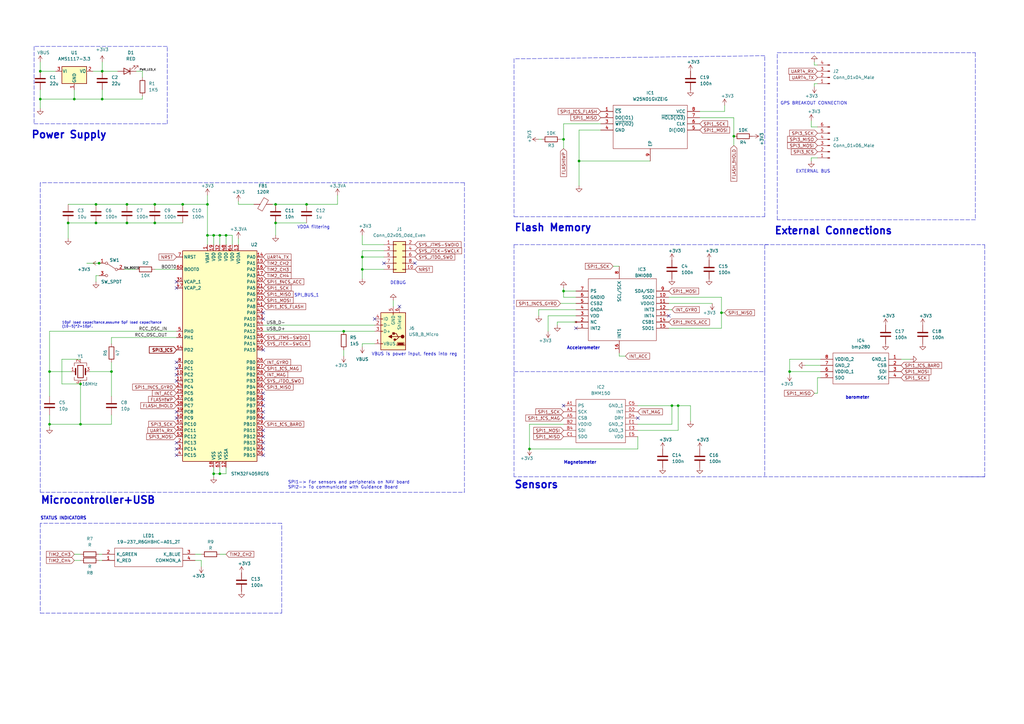
<source format=kicad_sch>
(kicad_sch (version 20211123) (generator eeschema)
  (paper "A3")
  (title_block (title "MIKOTO-NAV") (date "2022-10-10") (rev "1"))
  (lib_symbols
    (symbol "Connector:Conn_01x04_Male" (pin_names (offset 1.016) hide)
      (property "Reference" "J" (at 0 5.08 0))
      (property "Value" "Conn_01x04_Male" (at 0 -7.62 0))
      (symbol "Conn_01x04_Male_1_1"
        (pin passive line (at 5.08 2.54 180) (length 3.81) (name "Pin_1") (number "1"))
        (pin passive line (at 5.08 0 180) (length 3.81) (name "Pin_2") (number "2"))
        (pin passive line (at 5.08 -2.54 180) (length 3.81) (name "Pin_3") (number "3"))
        (pin passive line (at 5.08 -5.08 180) (length 3.81) (name "Pin_4") (number "4"))
      )
    )
    (symbol "Connector:Conn_01x06_Male" (pin_names (offset 1.016) hide)
      (property "Reference" "J" (at 0 7.62 0))
      (property "Value" "Conn_01x06_Male" (at 0 -10.16 0))
      (symbol "Conn_01x06_Male_1_1"
        (pin passive line (at 5.08 5.08 180) (length 3.81) (name "Pin_1") (number "1"))
        (pin passive line (at 5.08 2.54 180) (length 3.81) (name "Pin_2") (number "2"))
        (pin passive line (at 5.08 0 180) (length 3.81) (name "Pin_3") (number "3"))
        (pin passive line (at 5.08 -2.54 180) (length 3.81) (name "Pin_4") (number "4"))
        (pin passive line (at 5.08 -5.08 180) (length 3.81) (name "Pin_5") (number "5"))
        (pin passive line (at 5.08 -7.62 180) (length 3.81) (name "Pin_6") (number "6"))
      )
    )
    (symbol "Connector:USB_B_Micro" (pin_names (offset 1.016))
      (property "Reference" "J" (at -5.08 11.43 0))
      (property "Value" "USB_B_Micro" (at -5.08 8.89 0))
      (symbol "USB_B_Micro_1_1"
        (pin power_out line (at 7.62 5.08 180) (length 2.54) (name "VBUS") (number "1"))
        (pin bidirectional line (at 7.62 -2.54 180) (length 2.54) (name "D-") (number "2"))
        (pin bidirectional line (at 7.62 0 180) (length 2.54) (name "D+") (number "3"))
        (pin passive line (at 7.62 -5.08 180) (length 2.54) (name "ID") (number "4"))
        (pin power_out line (at 0 -10.16 90) (length 2.54) (name "GND") (number "5"))
        (pin passive line (at -2.54 -10.16 90) (length 2.54) (name "Shield") (number "6"))
      )
    )
    (symbol "Connector_Generic:Conn_02x05_Odd_Even" (pin_names (offset 1.016) hide)
      (property "Reference" "J" (at 1.27 7.62 0))
      (property "Value" "Conn_02x05_Odd_Even" (at 1.27 -7.62 0))
      (symbol "Conn_02x05_Odd_Even_1_1"
        (pin passive line (at -5.08 5.08 0) (length 3.81) (name "Pin_1") (number "1"))
        (pin passive line (at 7.62 -5.08 180) (length 3.81) (name "Pin_10") (number "10"))
        (pin passive line (at 7.62 5.08 180) (length 3.81) (name "Pin_2") (number "2"))
        (pin passive line (at -5.08 2.54 0) (length 3.81) (name "Pin_3") (number "3"))
        (pin passive line (at 7.62 2.54 180) (length 3.81) (name "Pin_4") (number "4"))
        (pin passive line (at -5.08 0 0) (length 3.81) (name "Pin_5") (number "5"))
        (pin passive line (at 7.62 0 180) (length 3.81) (name "Pin_6") (number "6"))
        (pin passive line (at -5.08 -2.54 0) (length 3.81) (name "Pin_7") (number "7"))
        (pin passive line (at 7.62 -2.54 180) (length 3.81) (name "Pin_8") (number "8"))
        (pin passive line (at -5.08 -5.08 0) (length 3.81) (name "Pin_9") (number "9"))
      )
    )
    (symbol "Device:C" (pin_numbers hide) (pin_names (offset 0.254))
      (property "Reference" "C" (at 0.635 2.54 0))
      (property "Value" "C" (at 0.635 -2.54 0))
      (symbol "C_1_1"
        (pin passive line (at 0 3.81 270) (length 2.794) (name "~") (number "1"))
        (pin passive line (at 0 -3.81 90) (length 2.794) (name "~") (number "2"))
      )
    )
    (symbol "Device:Crystal_GND24" (pin_names (offset 1.016) hide)
      (property "Reference" "Y" (at 3.175 5.08 0))
      (property "Value" "Crystal_GND24" (at 3.175 3.175 0))
      (symbol "Crystal_GND24_1_1"
        (pin passive line (at -3.81 0 0) (length 1.27) (name "1") (number "1"))
        (pin passive line (at 0 5.08 270) (length 1.27) (name "2") (number "2"))
        (pin passive line (at 3.81 0 180) (length 1.27) (name "3") (number "3"))
        (pin passive line (at 0 -5.08 90) (length 1.27) (name "4") (number "4"))
      )
    )
    (symbol "Device:FerriteBead" (pin_numbers hide) (pin_names (offset 0))
      (property "Reference" "FB" (at -3.81 0.635 90))
      (property "Value" "FerriteBead" (at 3.81 0 90))
      (symbol "FerriteBead_1_1"
        (pin passive line (at 0 3.81 270) (length 2.54) (name "~") (number "1"))
        (pin passive line (at 0 -3.81 90) (length 2.54) (name "~") (number "2"))
      )
    )
    (symbol "Device:LED" (pin_numbers hide) (pin_names (offset 1.016) hide)
      (property "Reference" "D" (at 0 2.54 0))
      (property "Value" "LED" (at 0 -2.54 0))
      (symbol "LED_1_1"
        (pin passive line (at -3.81 0 0) (length 2.54) (name "K") (number "1"))
        (pin passive line (at 3.81 0 180) (length 2.54) (name "A") (number "2"))
      )
    )
    (symbol "Device:R" (pin_numbers hide) (pin_names (offset 0))
      (property "Reference" "R" (at 2.032 0 90))
      (property "Value" "R" (at 0 0 90))
      (symbol "R_1_1"
        (pin passive line (at 0 3.81 270) (length 1.27) (name "~") (number "1"))
        (pin passive line (at 0 -3.81 90) (length 1.27) (name "~") (number "2"))
      )
    )
    (symbol "MCU_ST_STM32F4:STM32F405RGTx"
      (property "Reference" "U" (at -15.24 44.45 0))
      (property "Value" "STM32F405RGTx" (at 10.16 44.45 0))
      (symbol "STM32F405RGTx_1_1"
        (pin power_in line (at -5.08 45.72 270) (length 2.54) (name "VBAT") (number "1"))
        (pin bidirectional line (at -17.78 -7.62 0) (length 2.54) (name "PC2") (number "10"))
        (pin bidirectional line (at -17.78 -10.16 0) (length 2.54) (name "PC3") (number "11"))
        (pin power_in line (at 2.54 -45.72 90) (length 2.54) (name "VSSA") (number "12"))
        (pin power_in line (at 7.62 45.72 270) (length 2.54) (name "VDDA") (number "13"))
        (pin bidirectional line (at 17.78 40.64 180) (length 2.54) (name "PA0") (number "14"))
        (pin bidirectional line (at 17.78 38.1 180) (length 2.54) (name "PA1") (number "15"))
        (pin bidirectional line (at 17.78 35.56 180) (length 2.54) (name "PA2") (number "16"))
        (pin bidirectional line (at 17.78 33.02 180) (length 2.54) (name "PA3") (number "17"))
        (pin power_in line (at -2.54 -45.72 90) (length 2.54) (name "VSS") (number "18"))
        (pin power_in line (at -2.54 45.72 270) (length 2.54) (name "VDD") (number "19"))
        (pin bidirectional line (at -17.78 -35.56 0) (length 2.54) (name "PC13") (number "2"))
        (pin bidirectional line (at 17.78 30.48 180) (length 2.54) (name "PA4") (number "20"))
        (pin bidirectional line (at 17.78 27.94 180) (length 2.54) (name "PA5") (number "21"))
        (pin bidirectional line (at 17.78 25.4 180) (length 2.54) (name "PA6") (number "22"))
        (pin bidirectional line (at 17.78 22.86 180) (length 2.54) (name "PA7") (number "23"))
        (pin bidirectional line (at -17.78 -12.7 0) (length 2.54) (name "PC4") (number "24"))
        (pin bidirectional line (at -17.78 -15.24 0) (length 2.54) (name "PC5") (number "25"))
        (pin bidirectional line (at 17.78 -2.54 180) (length 2.54) (name "PB0") (number "26"))
        (pin bidirectional line (at 17.78 -5.08 180) (length 2.54) (name "PB1") (number "27"))
        (pin bidirectional line (at 17.78 -7.62 180) (length 2.54) (name "PB2") (number "28"))
        (pin bidirectional line (at 17.78 -27.94 180) (length 2.54) (name "PB10") (number "29"))
        (pin bidirectional line (at -17.78 -38.1 0) (length 2.54) (name "PC14") (number "3"))
        (pin bidirectional line (at 17.78 -30.48 180) (length 2.54) (name "PB11") (number "30"))
        (pin power_in line (at -17.78 30.48 0) (length 2.54) (name "VCAP_1") (number "31"))
        (pin power_in line (at 0 45.72 270) (length 2.54) (name "VDD") (number "32"))
        (pin bidirectional line (at 17.78 -33.02 180) (length 2.54) (name "PB12") (number "33"))
        (pin bidirectional line (at 17.78 -35.56 180) (length 2.54) (name "PB13") (number "34"))
        (pin bidirectional line (at 17.78 -38.1 180) (length 2.54) (name "PB14") (number "35"))
        (pin bidirectional line (at 17.78 -40.64 180) (length 2.54) (name "PB15") (number "36"))
        (pin bidirectional line (at -17.78 -17.78 0) (length 2.54) (name "PC6") (number "37"))
        (pin bidirectional line (at -17.78 -20.32 0) (length 2.54) (name "PC7") (number "38"))
        (pin bidirectional line (at -17.78 -22.86 0) (length 2.54) (name "PC8") (number "39"))
        (pin bidirectional line (at -17.78 -40.64 0) (length 2.54) (name "PC15") (number "4"))
        (pin bidirectional line (at -17.78 -25.4 0) (length 2.54) (name "PC9") (number "40"))
        (pin bidirectional line (at 17.78 20.32 180) (length 2.54) (name "PA8") (number "41"))
        (pin bidirectional line (at 17.78 17.78 180) (length 2.54) (name "PA9") (number "42"))
        (pin bidirectional line (at 17.78 15.24 180) (length 2.54) (name "PA10") (number "43"))
        (pin bidirectional line (at 17.78 12.7 180) (length 2.54) (name "PA11") (number "44"))
        (pin bidirectional line (at 17.78 10.16 180) (length 2.54) (name "PA12") (number "45"))
        (pin bidirectional line (at 17.78 7.62 180) (length 2.54) (name "PA13") (number "46"))
        (pin power_in line (at -17.78 27.94 0) (length 2.54) (name "VCAP_2") (number "47"))
        (pin power_in line (at 2.54 45.72 270) (length 2.54) (name "VDD") (number "48"))
        (pin bidirectional line (at 17.78 5.08 180) (length 2.54) (name "PA14") (number "49"))
        (pin input line (at -17.78 10.16 0) (length 2.54) (name "PH0") (number "5"))
        (pin bidirectional line (at 17.78 2.54 180) (length 2.54) (name "PA15") (number "50"))
        (pin bidirectional line (at -17.78 -27.94 0) (length 2.54) (name "PC10") (number "51"))
        (pin bidirectional line (at -17.78 -30.48 0) (length 2.54) (name "PC11") (number "52"))
        (pin bidirectional line (at -17.78 -33.02 0) (length 2.54) (name "PC12") (number "53"))
        (pin bidirectional line (at -17.78 2.54 0) (length 2.54) (name "PD2") (number "54"))
        (pin bidirectional line (at 17.78 -10.16 180) (length 2.54) (name "PB3") (number "55"))
        (pin bidirectional line (at 17.78 -12.7 180) (length 2.54) (name "PB4") (number "56"))
        (pin bidirectional line (at 17.78 -15.24 180) (length 2.54) (name "PB5") (number "57"))
        (pin bidirectional line (at 17.78 -17.78 180) (length 2.54) (name "PB6") (number "58"))
        (pin bidirectional line (at 17.78 -20.32 180) (length 2.54) (name "PB7") (number "59"))
        (pin input line (at -17.78 7.62 0) (length 2.54) (name "PH1") (number "6"))
        (pin input line (at -17.78 35.56 0) (length 2.54) (name "BOOT0") (number "60"))
        (pin bidirectional line (at 17.78 -22.86 180) (length 2.54) (name "PB8") (number "61"))
        (pin bidirectional line (at 17.78 -25.4 180) (length 2.54) (name "PB9") (number "62"))
        (pin power_in line (at 0 -45.72 90) (length 2.54) (name "VSS") (number "63"))
        (pin power_in line (at 5.08 45.72 270) (length 2.54) (name "VDD") (number "64"))
        (pin input line (at -17.78 40.64 0) (length 2.54) (name "NRST") (number "7"))
        (pin bidirectional line (at -17.78 -2.54 0) (length 2.54) (name "PC0") (number "8"))
        (pin bidirectional line (at -17.78 -5.08 0) (length 2.54) (name "PC1") (number "9"))
      )
    )
    (symbol "Regulator_Linear:AMS1117-3.3" (pin_names (offset 0.254))
      (property "Reference" "U" (at -3.81 3.175 0))
      (property "Value" "AMS1117-3.3" (at 0 3.175 0))
      (symbol "AMS1117-3.3_1_1"
        (pin power_in line (at 0 -7.62 90) (length 2.54) (name "GND") (number "1"))
        (pin power_out line (at 7.62 0 180) (length 2.54) (name "VO") (number "2"))
        (pin power_in line (at -7.62 0 0) (length 2.54) (name "VI") (number "3"))
      )
    )
    (symbol "SamacSys_Parts:19-237_R6GHBHC-A01_2T" (pin_names (offset 0.762))
      (property "Reference" "LED" (at 34.29 7.62 0))
      (property "Value" "19-237_R6GHBHC-A01_2T" (at 34.29 5.08 0))
      (symbol "19-237_R6GHBHC-A01_2T_0_0"
        (pin passive line (at 0 -2.54 0) (length 5.08) (name "K_RED") (number "1"))
        (pin passive line (at 0 0 0) (length 5.08) (name "K_GREEN") (number "2"))
        (pin passive line (at 38.1 0 180) (length 5.08) (name "K_BLUE") (number "3"))
        (pin passive line (at 38.1 -2.54 180) (length 5.08) (name "COMMON_A") (number "4"))
      )
    )
    (symbol "SamacSys_Parts:BMI088" (pin_names (offset 0.762))
      (property "Reference" "IC" (at 31.75 17.78 0))
      (property "Value" "BMI088" (at 31.75 15.24 0))
      (symbol "BMI088_0_0"
        (pin passive line (at 10.16 17.78 270) (length 5.08) (name "INT2") (number "1"))
        (pin passive line (at 22.86 -20.32 90) (length 5.08) (name "SDO2") (number "10"))
        (pin passive line (at 20.32 -20.32 90) (length 5.08) (name "VDDIO") (number "11"))
        (pin passive line (at 17.78 -20.32 90) (length 5.08) (name "INT3") (number "12"))
        (pin passive line (at 15.24 -20.32 90) (length 5.08) (name "INT4") (number "13"))
        (pin passive line (at 12.7 -20.32 90) (length 5.08) (name "CSB1") (number "14"))
        (pin passive line (at 10.16 -20.32 90) (length 5.08) (name "SDO1") (number "15"))
        (pin passive line (at 0 0 0) (length 5.08) (name "INT1") (number "16"))
        (pin no_connect line (at 12.7 17.78 270) (length 5.08) (name "NC") (number "2"))
        (pin passive line (at 15.24 17.78 270) (length 5.08) (name "VDD") (number "3"))
        (pin passive line (at 17.78 17.78 270) (length 5.08) (name "GNDA") (number "4"))
        (pin passive line (at 20.32 17.78 270) (length 5.08) (name "CSB2") (number "5"))
        (pin passive line (at 22.86 17.78 270) (length 5.08) (name "GNDIO") (number "6"))
        (pin passive line (at 25.4 17.78 270) (length 5.08) (name "PS") (number "7"))
        (pin passive line (at 35.56 0 180) (length 5.08) (name "SCL/SCK") (number "8"))
        (pin passive line (at 25.4 -20.32 90) (length 5.08) (name "SDA/SDI") (number "9"))
      )
    )
    (symbol "SamacSys_Parts:BMM150" (pin_names (offset 0.762))
      (property "Reference" "IC" (at 26.67 7.62 0))
      (property "Value" "BMM150" (at 26.67 5.08 0))
      (symbol "BMM150_0_0"
        (pin passive line (at 0 0 0) (length 5.08) (name "PS") (number "A1"))
        (pin passive line (at 0 -2.54 0) (length 5.08) (name "SCK") (number "A3"))
        (pin passive line (at 0 -5.08 0) (length 5.08) (name "CSB") (number "A5"))
        (pin passive line (at 0 -7.62 0) (length 5.08) (name "VDDIO") (number "B2"))
        (pin passive line (at 0 -10.16 0) (length 5.08) (name "SDI") (number "B4"))
        (pin passive line (at 0 -12.7 0) (length 5.08) (name "SDO") (number "C1"))
        (pin passive line (at 30.48 0 180) (length 5.08) (name "GND_1") (number "C5"))
        (pin passive line (at 30.48 -2.54 180) (length 5.08) (name "INT") (number "D2"))
        (pin passive line (at 30.48 -5.08 180) (length 5.08) (name "DRY") (number "D4"))
        (pin passive line (at 30.48 -7.62 180) (length 5.08) (name "GND_2") (number "E1"))
        (pin passive line (at 30.48 -10.16 180) (length 5.08) (name "GND_3") (number "E3"))
        (pin passive line (at 30.48 -12.7 180) (length 5.08) (name "VDD") (number "E5"))
      )
    )
    (symbol "SamacSys_Parts:W25N01GVZEIG" (pin_names (offset 0.762))
      (property "Reference" "IC" (at 36.83 7.62 0))
      (property "Value" "W25N01GVZEIG" (at 36.83 5.08 0))
      (symbol "W25N01GVZEIG_0_0"
        (pin passive line (at 0 0 0) (length 5.08) (name "~{CS}") (number "1"))
        (pin passive line (at 0 -2.54 0) (length 5.08) (name "DO(IO1)") (number "2"))
        (pin passive line (at 0 -5.08 0) (length 5.08) (name "~{WP(IO2})") (number "3"))
        (pin passive line (at 0 -7.62 0) (length 5.08) (name "GND") (number "4"))
        (pin passive line (at 40.64 -7.62 180) (length 5.08) (name "DI(IO0)") (number "5"))
        (pin passive line (at 40.64 -5.08 180) (length 5.08) (name "CLK") (number "6"))
        (pin passive line (at 40.64 -2.54 180) (length 5.08) (name "~{HOLD(IO3})") (number "7"))
        (pin passive line (at 40.64 0 180) (length 5.08) (name "VCC") (number "8"))
        (pin passive line (at 20.32 -20.32 90) (length 5.08) (name "EP") (number "9"))
      )
    )
    (symbol "SamacSys_Parts:bmp280" (pin_names (offset 0.762))
      (property "Reference" "IC" (at 29.21 7.62 0))
      (property "Value" "bmp280" (at 29.21 5.08 0))
      (symbol "bmp280_0_0"
        (pin power_in line (at 33.02 0 180) (length 5.08) (name "GND_1") (number "1"))
        (pin input line (at 33.02 -2.54 180) (length 5.08) (name "CSB") (number "2"))
        (pin passive line (at 33.02 -5.08 180) (length 5.08) (name "SDI") (number "3"))
        (pin passive line (at 33.02 -7.62 180) (length 5.08) (name "SCK") (number "4"))
        (pin passive line (at 0 -7.62 0) (length 5.08) (name "SDO") (number "5"))
        (pin power_in line (at 0 -5.08 0) (length 5.08) (name "VDDIO_1") (number "6"))
        (pin power_in line (at 0 -2.54 0) (length 5.08) (name "GND_2") (number "7"))
        (pin power_in line (at 0 0 0) (length 5.08) (name "VDDIO_2") (number "8"))
      )
    )
    (symbol "Switch:SW_SPDT" (pin_names (offset 0) hide)
      (property "Reference" "SW" (at 0 4.318 0))
      (property "Value" "SW_SPDT" (at 0 -5.08 0))
      (symbol "SW_SPDT_1_1"
        (pin passive line (at 5.08 2.54 180) (length 2.54) (name "A") (number "1"))
        (pin passive line (at -5.08 0 0) (length 2.54) (name "B") (number "2"))
        (pin passive line (at 5.08 -2.54 180) (length 2.54) (name "C") (number "3"))
      )
    )
    (symbol "power:+3.3V" (power) (pin_names (offset 0))
      (property "Value" "+3.3V" (at 0 3.556 0))
      (symbol "+3.3V_1_1"
        (pin power_in line (at 0 0 90) (length 0) hide (name "+3V3") (number "1"))
      )
    )
    (symbol "power:+3.3VA" (power) (pin_names (offset 0))
      (property "Value" "+3.3VA" (at 0 3.556 0))
      (symbol "+3.3VA_1_1"
        (pin power_in line (at 0 0 90) (length 0) hide (name "+3.3VA") (number "1"))
      )
    )
    (symbol "power:GND" (power) (pin_names (offset 0))
      (property "Value" "GND" (at 0 -3.81 0))
      (symbol "GND_1_1"
        (pin power_in line (at 0 0 270) (length 0) hide (name "GND") (number "1"))
      )
    )
    (symbol "power:VBUS" (power) (pin_names (offset 0))
      (property "Value" "VBUS" (at 0 3.81 0))
      (symbol "VBUS_1_1"
        (pin power_in line (at 0 0 90) (length 0) hide (name "VBUS") (number "1"))
      )
    )
  )
  (junction (at 63.5 91.44))
  (junction (at 217.17 184.15))
  (junction (at 237.49 66.04))
  (junction (at 45.72 152.4))
  (junction (at 125.73 83.82))
  (junction (at 85.09 83.82))
  (junction (at 52.07 83.82))
  (junction (at 74.93 83.82))
  (junction (at 323.85 152.4))
  (junction (at 140.97 135.89))
  (junction (at 148.59 105.41))
  (junction (at 52.07 91.44))
  (junction (at 33.02 173.99))
  (junction (at 16.51 40.64))
  (junction (at 300.99 55.88))
  (junction (at 90.17 194.31))
  (junction (at 278.13 166.37))
  (junction (at 33.02 157.48))
  (junction (at 113.03 91.44))
  (junction (at 148.59 110.49))
  (junction (at 92.71 96.52))
  (junction (at 87.63 96.52))
  (junction (at 20.32 173.99))
  (junction (at 39.37 83.82))
  (junction (at 20.32 152.4))
  (junction (at 30.48 40.64))
  (junction (at 87.63 194.31))
  (junction (at 231.14 57.15))
  (junction (at 90.17 96.52))
  (junction (at 231.14 119.38))
  (junction (at 41.91 29.21))
  (junction (at 16.51 29.21))
  (junction (at 63.5 83.82))
  (junction (at 85.09 96.52))
  (junction (at 275.59 166.37))
  (junction (at 27.94 91.44))
  (junction (at 295.91 128.27))
  (junction (at 41.91 40.64))
  (junction (at 113.03 83.82))
  (junction (at 39.37 91.44))
  (junction (at 40.64 107.95))
  (no_connect (at 72.39 115.57))
  (no_connect (at 72.39 151.13))
  (no_connect (at 163.83 125.73))
  (no_connect (at 107.95 181.61))
  (no_connect (at 153.67 130.81))
  (no_connect (at 107.95 184.15))
  (no_connect (at 72.39 184.15))
  (no_connect (at 107.95 168.91))
  (no_connect (at 231.14 166.37))
  (no_connect (at 72.39 171.45))
  (no_connect (at 72.39 186.69))
  (no_connect (at 261.62 171.45))
  (no_connect (at 107.95 130.81))
  (no_connect (at 274.32 129.54))
  (no_connect (at 107.95 171.45))
  (no_connect (at 107.95 179.07))
  (no_connect (at 72.39 148.59))
  (no_connect (at 107.95 161.29))
  (no_connect (at 170.18 107.95))
  (no_connect (at 72.39 156.21))
  (no_connect (at 107.95 163.83))
  (no_connect (at 72.39 181.61))
  (no_connect (at 107.95 128.27))
  (no_connect (at 72.39 153.67))
  (no_connect (at 107.95 143.51))
  (no_connect (at 72.39 168.91))
  (no_connect (at 107.95 166.37))
  (no_connect (at 107.95 186.69))
  (no_connect (at 157.48 107.95))
  (no_connect (at 72.39 118.11))
  (no_connect (at 236.22 134.62))
  (no_connect (at 107.95 176.53))
  (wire (pts (xy 231.14 119.38) (xy 231.14 118.11)))
  (wire (pts (xy 20.32 173.99) (xy 33.02 173.99)))
  (wire (pts (xy 45.72 138.43) (xy 72.39 138.43)))
  (wire (pts (xy 237.49 53.34) (xy 237.49 66.04)))
  (polyline (pts (xy 403.86 195.58) (xy 210.82 195.58)))
  (wire (pts (xy 20.32 170.18) (xy 20.32 173.99)))
  (wire (pts (xy 295.91 128.27) (xy 295.91 134.62)))
  (wire (pts (xy 20.32 152.4) (xy 20.32 162.56)))
  (wire (pts (xy 295.91 121.92) (xy 295.91 128.27)))
  (wire (pts (xy 30.48 229.87) (xy 33.02 229.87)))
  (wire (pts (xy 113.03 91.44) (xy 125.73 91.44)))
  (wire (pts (xy 125.73 83.82) (xy 138.43 83.82)))
  (wire (pts (xy 237.49 66.04) (xy 237.49 76.2)))
  (wire (pts (xy 261.62 179.07) (xy 261.62 184.15)))
  (wire (pts (xy 251.46 109.22) (xy 254 109.22)))
  (wire (pts (xy 369.57 147.32) (xy 373.38 147.32)))
  (wire (pts (xy 217.17 173.99) (xy 217.17 184.15)))
  (wire (pts (xy 236.22 132.08) (xy 228.6 132.08)))
  (wire (pts (xy 80.01 229.87) (xy 82.55 229.87)))
  (wire (pts (xy 336.55 154.94) (xy 335.28 154.94)))
  (wire (pts (xy 161.29 123.19) (xy 161.29 125.73)))
  (wire (pts (xy 246.38 50.8) (xy 231.14 50.8)))
  (wire (pts (xy 45.72 152.4) (xy 45.72 162.56)))
  (wire (pts (xy 85.09 96.52) (xy 85.09 100.33)))
  (wire (pts (xy 220.98 127) (xy 236.22 127)))
  (polyline (pts (xy 210.82 100.33) (xy 403.86 100.33)))
  (wire (pts (xy 40.64 227.33) (xy 41.91 227.33)))
  (wire (pts (xy 58.42 39.37) (xy 58.42 40.64)))
  (wire (pts (xy 254 144.78) (xy 254 146.05)))
  (wire (pts (xy 25.4 147.32) (xy 25.4 157.48)))
  (polyline (pts (xy 16.51 251.46) (xy 115.57 251.46)))
  (wire (pts (xy 107.95 133.35) (xy 153.67 133.35)))
  (polyline (pts (xy 232.41 88.9) (xy 313.69 88.9)))
  (wire (pts (xy 148.59 102.87) (xy 148.59 105.41)))
  (wire (pts (xy 35.56 107.95) (xy 40.64 107.95)))
  (wire (pts (xy 330.2 149.86) (xy 336.55 149.86)))
  (wire (pts (xy 335.28 161.29) (xy 334.01 161.29)))
  (wire (pts (xy 97.79 83.82) (xy 104.14 83.82)))
  (polyline (pts (xy 115.57 251.46) (xy 115.57 214.63)))
  (polyline (pts (xy 400.05 90.17) (xy 318.77 90.17)))
  (wire (pts (xy 85.09 80.01) (xy 85.09 83.82)))
  (polyline (pts (xy 13.97 19.05) (xy 13.97 50.8)))
  (wire (pts (xy 113.03 91.44) (xy 113.03 96.52)))
  (polyline (pts (xy 210.82 152.4) (xy 313.69 152.4)))
  (wire (pts (xy 300.99 48.26) (xy 300.99 55.88)))
  (wire (pts (xy 90.17 100.33) (xy 90.17 96.52)))
  (wire (pts (xy 16.51 25.4) (xy 16.51 29.21)))
  (wire (pts (xy 74.93 83.82) (xy 85.09 83.82)))
  (wire (pts (xy 63.5 83.82) (xy 74.93 83.82)))
  (wire (pts (xy 50.8 110.49) (xy 55.88 110.49)))
  (wire (pts (xy 236.22 121.92) (xy 231.14 121.92)))
  (wire (pts (xy 229.87 124.46) (xy 236.22 124.46)))
  (polyline (pts (xy 16.51 74.93) (xy 16.51 201.93)))
  (wire (pts (xy 33.02 173.99) (xy 45.72 173.99)))
  (wire (pts (xy 323.85 152.4) (xy 323.85 153.67)))
  (wire (pts (xy 45.72 170.18) (xy 45.72 173.99)))
  (wire (pts (xy 27.94 91.44) (xy 39.37 91.44)))
  (wire (pts (xy 220.98 57.15) (xy 222.25 57.15)))
  (wire (pts (xy 45.72 138.43) (xy 45.72 140.97)))
  (wire (pts (xy 16.51 36.83) (xy 16.51 40.64)))
  (wire (pts (xy 92.71 191.77) (xy 92.71 194.31)))
  (wire (pts (xy 335.28 64.77) (xy 332.74 64.77)))
  (wire (pts (xy 274.32 127) (xy 275.59 127)))
  (wire (pts (xy 229.87 57.15) (xy 231.14 57.15)))
  (wire (pts (xy 157.48 102.87) (xy 148.59 102.87)))
  (wire (pts (xy 231.14 57.15) (xy 231.14 60.96)))
  (wire (pts (xy 90.17 194.31) (xy 92.71 194.31)))
  (wire (pts (xy 157.48 105.41) (xy 148.59 105.41)))
  (wire (pts (xy 41.91 29.21) (xy 48.26 29.21)))
  (wire (pts (xy 87.63 96.52) (xy 90.17 96.52)))
  (wire (pts (xy 140.97 135.89) (xy 153.67 135.89)))
  (polyline (pts (xy 318.77 21.59) (xy 400.05 21.59)))
  (wire (pts (xy 246.38 53.34) (xy 237.49 53.34)))
  (wire (pts (xy 148.59 140.97) (xy 148.59 142.24)))
  (wire (pts (xy 323.85 147.32) (xy 323.85 152.4)))
  (wire (pts (xy 148.59 110.49) (xy 148.59 114.3)))
  (wire (pts (xy 30.48 227.33) (xy 33.02 227.33)))
  (wire (pts (xy 275.59 166.37) (xy 278.13 166.37)))
  (wire (pts (xy 335.28 154.94) (xy 335.28 161.29)))
  (wire (pts (xy 153.67 140.97) (xy 148.59 140.97)))
  (wire (pts (xy 87.63 194.31) (xy 90.17 194.31)))
  (wire (pts (xy 113.03 83.82) (xy 125.73 83.82)))
  (wire (pts (xy 63.5 110.49) (xy 72.39 110.49)))
  (wire (pts (xy 157.48 100.33) (xy 148.59 100.33)))
  (wire (pts (xy 261.62 166.37) (xy 275.59 166.37)))
  (wire (pts (xy 97.79 82.55) (xy 97.79 83.82)))
  (wire (pts (xy 55.88 29.21) (xy 58.42 29.21)))
  (wire (pts (xy 41.91 25.4) (xy 41.91 29.21)))
  (polyline (pts (xy 403.86 100.33) (xy 403.86 195.58)))
  (wire (pts (xy 231.14 121.92) (xy 231.14 119.38)))
  (polyline (pts (xy 313.69 88.9) (xy 313.69 22.86)))
  (wire (pts (xy 90.17 227.33) (xy 92.71 227.33)))
  (wire (pts (xy 82.55 229.87) (xy 82.55 232.41)))
  (wire (pts (xy 297.18 45.72) (xy 297.18 43.18)))
  (wire (pts (xy 278.13 176.53) (xy 278.13 166.37)))
  (wire (pts (xy 274.32 121.92) (xy 295.91 121.92)))
  (wire (pts (xy 97.79 97.79) (xy 97.79 100.33)))
  (polyline (pts (xy 190.5 74.93) (xy 16.51 74.93)))
  (wire (pts (xy 274.32 124.46) (xy 292.1 124.46)))
  (wire (pts (xy 41.91 36.83) (xy 41.91 40.64)))
  (polyline (pts (xy 68.58 19.05) (xy 13.97 19.05)))
  (wire (pts (xy 335.28 26.67) (xy 334.01 26.67)))
  (wire (pts (xy 39.37 113.03) (xy 39.37 115.57)))
  (polyline (pts (xy 313.69 100.33) (xy 314.96 100.33)))
  (polyline (pts (xy 115.57 214.63) (xy 16.51 214.63)))
  (wire (pts (xy 334.01 26.67) (xy 334.01 25.4)))
  (wire (pts (xy 237.49 66.04) (xy 266.7 66.04)))
  (wire (pts (xy 261.62 176.53) (xy 278.13 176.53)))
  (wire (pts (xy 40.64 229.87) (xy 41.91 229.87)))
  (wire (pts (xy 336.55 152.4) (xy 323.85 152.4)))
  (wire (pts (xy 90.17 191.77) (xy 90.17 194.31)))
  (wire (pts (xy 95.25 96.52) (xy 92.71 96.52)))
  (wire (pts (xy 148.59 105.41) (xy 148.59 110.49)))
  (wire (pts (xy 231.14 50.8) (xy 231.14 57.15)))
  (wire (pts (xy 295.91 128.27) (xy 297.18 128.27)))
  (wire (pts (xy 27.94 91.44) (xy 27.94 97.79)))
  (wire (pts (xy 236.22 129.54) (xy 224.79 129.54)))
  (wire (pts (xy 16.51 40.64) (xy 16.51 44.45)))
  (wire (pts (xy 335.28 52.07) (xy 332.74 52.07)))
  (polyline (pts (xy 313.69 152.4) (xy 313.69 100.33)))
  (wire (pts (xy 38.1 29.21) (xy 41.91 29.21)))
  (wire (pts (xy 58.42 29.21) (xy 58.42 31.75)))
  (wire (pts (xy 334.01 34.29) (xy 334.01 35.56)))
  (polyline (pts (xy 393.7 195.58) (xy 403.86 195.58)))
  (wire (pts (xy 20.32 135.89) (xy 72.39 135.89)))
  (wire (pts (xy 157.48 110.49) (xy 148.59 110.49)))
  (polyline (pts (xy 318.77 90.17) (xy 318.77 21.59)))
  (wire (pts (xy 39.37 83.82) (xy 52.07 83.82)))
  (wire (pts (xy 33.02 147.32) (xy 25.4 147.32)))
  (wire (pts (xy 228.6 132.08) (xy 228.6 133.35)))
  (wire (pts (xy 231.14 173.99) (xy 217.17 173.99)))
  (wire (pts (xy 30.48 40.64) (xy 41.91 40.64)))
  (wire (pts (xy 33.02 157.48) (xy 33.02 173.99)))
  (wire (pts (xy 16.51 29.21) (xy 22.86 29.21)))
  (wire (pts (xy 274.32 134.62) (xy 295.91 134.62)))
  (polyline (pts (xy 400.05 21.59) (xy 400.05 90.17)))
  (wire (pts (xy 40.64 113.03) (xy 39.37 113.03)))
  (wire (pts (xy 87.63 100.33) (xy 87.63 96.52)))
  (polyline (pts (xy 313.69 22.86) (xy 210.82 24.13)))
  (polyline (pts (xy 16.51 214.63) (xy 16.51 251.46)))
  (wire (pts (xy 90.17 96.52) (xy 92.71 96.52)))
  (wire (pts (xy 20.32 173.99) (xy 20.32 175.26)))
  (wire (pts (xy 332.74 52.07) (xy 332.74 49.53)))
  (wire (pts (xy 58.42 40.64) (xy 41.91 40.64)))
  (wire (pts (xy 87.63 194.31) (xy 87.63 195.58)))
  (wire (pts (xy 287.02 45.72) (xy 297.18 45.72)))
  (wire (pts (xy 335.28 34.29) (xy 334.01 34.29)))
  (wire (pts (xy 52.07 83.82) (xy 63.5 83.82)))
  (polyline (pts (xy 13.97 50.8) (xy 68.58 50.8)))
  (polyline (pts (xy 313.69 152.4) (xy 313.69 195.58)))
  (wire (pts (xy 80.01 227.33) (xy 82.55 227.33)))
  (polyline (pts (xy 210.82 24.13) (xy 210.82 88.9)))
  (wire (pts (xy 45.72 148.59) (xy 45.72 152.4)))
  (polyline (pts (xy 210.82 88.9) (xy 233.68 88.9)))
  (wire (pts (xy 300.99 55.88) (xy 300.99 59.69)))
  (wire (pts (xy 63.5 91.44) (xy 74.93 91.44)))
  (wire (pts (xy 332.74 64.77) (xy 332.74 66.04)))
  (wire (pts (xy 85.09 83.82) (xy 85.09 96.52)))
  (wire (pts (xy 278.13 166.37) (xy 283.21 166.37)))
  (wire (pts (xy 138.43 80.01) (xy 138.43 83.82)))
  (wire (pts (xy 107.95 135.89) (xy 140.97 135.89)))
  (wire (pts (xy 220.98 127) (xy 220.98 129.54)))
  (wire (pts (xy 85.09 96.52) (xy 87.63 96.52)))
  (polyline (pts (xy 190.5 201.93) (xy 190.5 74.93)))
  (wire (pts (xy 224.79 129.54) (xy 224.79 135.89)))
  (wire (pts (xy 254 146.05) (xy 256.54 146.05)))
  (wire (pts (xy 20.32 135.89) (xy 20.32 152.4)))
  (wire (pts (xy 111.76 83.82) (xy 113.03 83.82)))
  (wire (pts (xy 148.59 100.33) (xy 148.59 96.52)))
  (wire (pts (xy 52.07 91.44) (xy 63.5 91.44)))
  (wire (pts (xy 231.14 119.38) (xy 236.22 119.38)))
  (wire (pts (xy 95.25 100.33) (xy 95.25 96.52)))
  (wire (pts (xy 16.51 40.64) (xy 30.48 40.64)))
  (polyline (pts (xy 68.58 50.8) (xy 68.58 19.05)))
  (wire (pts (xy 287.02 48.26) (xy 300.99 48.26)))
  (polyline (pts (xy 16.51 201.93) (xy 190.5 201.93)))
  (wire (pts (xy 275.59 173.99) (xy 275.59 166.37)))
  (wire (pts (xy 92.71 100.33) (xy 92.71 96.52)))
  (wire (pts (xy 336.55 147.32) (xy 323.85 147.32)))
  (wire (pts (xy 87.63 191.77) (xy 87.63 194.31)))
  (wire (pts (xy 140.97 146.05) (xy 140.97 143.51)))
  (wire (pts (xy 261.62 173.99) (xy 275.59 173.99)))
  (wire (pts (xy 30.48 36.83) (xy 30.48 40.64)))
  (wire (pts (xy 283.21 166.37) (xy 283.21 172.72)))
  (wire (pts (xy 29.21 152.4) (xy 20.32 152.4)))
  (wire (pts (xy 39.37 91.44) (xy 52.07 91.44)))
  (wire (pts (xy 36.83 152.4) (xy 45.72 152.4)))
  (polyline (pts (xy 210.82 195.58) (xy 210.82 100.33)))
  (wire (pts (xy 25.4 157.48) (xy 33.02 157.48)))
  (wire (pts (xy 261.62 184.15) (xy 217.17 184.15)))
  (wire (pts (xy 27.94 83.82) (xy 39.37 83.82)))
  (text "Microcontroller+USB\n" (at 16.51 207.01 0) (effects (font (size 3 3) (thickness 0.6) bold) (justify left bottom)))
  (text "SPI1-> For sensors and peripherals on NAV board\nSPI2-> To communicate with Guidance Board\n" (at 118.11 200.66 0) (effects (font (size 1.27 1.27)) (justify left bottom)))
  (text "Magnetometer\n" (at 231.14 190.5 0) (effects (font (size 1.27 1.27) bold) (justify left bottom)))
  (text "STATUS INDICATORS\n" (at 16.51 213.36 0) (effects (font (size 1.27 1.27) bold) (justify left bottom)))
  (text "VDDA filtering\n" (at 121.92 93.98 0) (effects (font (size 1.27 1.27)) (justify left bottom)))
  (text "barometer\n" (at 346.71 163.83 0) (effects (font (size 1.27 1.27) bold) (justify left bottom)))
  (text "EXTERNAL BUS\n" (at 326.39 71.12 0) (effects (font (size 1.27 1.27)) (justify left bottom)))
  (text "10pF load capacitance,assume 5pF load capacitance\n(10-5)*2=10pF. \n" (at 25.4 134.62 0) (effects (font (size 1 1)) (justify left bottom)))
  (text "GPS BREAKOUT CONNECTION\n" (at 320.04 43.18 0) (effects (font (size 1.27 1.27)) (justify left bottom)))
  (text "SPI_BUS_1\n" (at 120.65 121.92 0) (effects (font (size 1.27 1.27)) (justify left bottom)))
  (text "DEBUG\n" (at 160.02 116.84 0) (effects (font (size 1.27 1.27)) (justify left bottom)))
  (text "Accelerometer\n" (at 232.41 143.51 0) (effects (font (size 1.27 1.27) bold) (justify left bottom)))
  (text "Sensors\n" (at 210.82 200.66 0) (effects (font (size 3 3) (thickness 0.6) bold) (justify left bottom)))
  (text "Power Supply\n" (at 12.7 57.15 0) (effects (font (size 3 3) (thickness 0.6) bold) (justify left bottom)))
  (text "VBUS is power input, feeds into reg\n" (at 152.4 146.05 0) (effects (font (size 1.27 1.27)) (justify left bottom)))
  (text "External Connections\n" (at 317.5 96.52 0) (effects (font (size 3 3) (thickness 0.6) bold) (justify left bottom)))
  (text "Flash Memory\n" (at 210.82 95.25 0) (effects (font (size 3 3) (thickness 0.6) bold) (justify left bottom)))
  (label "BOOT0" (at 72.39 110.49 180))
  (label "RCC_OSC_IN" (at 68.58 135.89 180))
  (label "USB_D+" (at 109.22 135.89 0))
  (label "RCC_OSC_OUT" (at 68.58 138.43 180))
  (label "SW_BOOT0" (at 50.8 110.49 0) (effects (font (size 0.8 0.8))))
  (label "PWR_LED_K" (at 57.15 29.21 0) (effects (font (size 0.8 0.8))))
  (label "USB_D-" (at 109.22 133.35 0))
  (global_label "SYS_JTDO_SWO" (shape input) (at 170.18 105.41 0) (property "Intersheet References" "${INTERSHEET_REFS}" (effects hide)))
  (global_label "SPI1_MOSI" (shape input) (at 274.32 119.38 0) (property "Intersheet References" "${INTERSHEET_REFS}" (effects hide)))
  (global_label "INT_ACC" (shape input) (at 72.39 161.29 180) (property "Intersheet References" "${INTERSHEET_REFS}" (effects hide)))
  (global_label "SYS_JTCK-SWCLK" (shape input) (at 170.18 102.87 0) (property "Intersheet References" "${INTERSHEET_REFS}" (effects hide)))
  (global_label "SPI1_!CS_FLASH" (shape input) (at 107.95 125.73 0) (property "Intersheet References" "${INTERSHEET_REFS}" (effects hide)))
  (global_label "TIM2_CH3" (shape input) (at 107.95 110.49 0) (property "Intersheet References" "${INTERSHEET_REFS}" (effects hide)))
  (global_label "SPI1_!NCS_ACC" (shape input) (at 107.95 115.57 0) (property "Intersheet References" "${INTERSHEET_REFS}" (effects hide)))
  (global_label "NRST" (shape input) (at 170.18 110.49 0) (property "Intersheet References" "${INTERSHEET_REFS}" (effects hide)))
  (global_label "SPI3_!CS" (shape input) (at 72.39 143.51 180) (effects (font bold)) (property "Intersheet References" "${INTERSHEET_REFS}" (effects hide)))
  (global_label "NRST" (shape input) (at 72.39 105.41 180) (property "Intersheet References" "${INTERSHEET_REFS}" (effects hide)))
  (global_label "TIM2_CH4" (shape input) (at 30.48 229.87 180) (property "Intersheet References" "${INTERSHEET_REFS}" (effects hide)))
  (global_label "SPI1_SCK" (shape input) (at 287.02 50.8 0) (property "Intersheet References" "${INTERSHEET_REFS}" (effects hide)))
  (global_label "SPI3_SCK" (shape input) (at 335.28 54.61 180) (property "Intersheet References" "${INTERSHEET_REFS}" (effects hide)))
  (global_label "SPI1_MOSI" (shape input) (at 231.14 176.53 180) (property "Intersheet References" "${INTERSHEET_REFS}" (effects hide)))
  (global_label "SPI1_SCK" (shape input) (at 107.95 118.11 0) (property "Intersheet References" "${INTERSHEET_REFS}" (effects hide)))
  (global_label "TIM2_CH2" (shape input) (at 107.95 107.95 0) (property "Intersheet References" "${INTERSHEET_REFS}" (effects hide)))
  (global_label "SPI1_SCK" (shape input) (at 369.57 154.94 0) (property "Intersheet References" "${INTERSHEET_REFS}" (effects hide)))
  (global_label "INT_GYRO" (shape input) (at 275.59 127 0) (property "Intersheet References" "${INTERSHEET_REFS}" (effects hide)))
  (global_label "SPI1_!CS_BARO" (shape input) (at 107.95 173.99 0) (property "Intersheet References" "${INTERSHEET_REFS}" (effects hide)))
  (global_label "SPI1_!CS_MAG" (shape input) (at 231.14 171.45 180) (property "Intersheet References" "${INTERSHEET_REFS}" (effects hide)))
  (global_label "SYS_JTMS-SWDIO" (shape input) (at 170.18 100.33 0) (property "Intersheet References" "${INTERSHEET_REFS}" (effects hide)))
  (global_label "SPI1_MISO" (shape input) (at 231.14 179.07 180) (property "Intersheet References" "${INTERSHEET_REFS}" (effects hide)))
  (global_label "SPI1_MISO" (shape input) (at 246.38 48.26 180) (property "Intersheet References" "${INTERSHEET_REFS}" (effects hide)))
  (global_label "SPI3_MISO" (shape input) (at 335.28 57.15 180) (property "Intersheet References" "${INTERSHEET_REFS}" (effects hide)))
  (global_label "INT_MAG" (shape input) (at 107.95 153.67 0) (property "Intersheet References" "${INTERSHEET_REFS}" (effects hide)))
  (global_label "FLASH!WP" (shape input) (at 231.14 60.96 270) (property "Intersheet References" "${INTERSHEET_REFS}" (effects hide)))
  (global_label "TIM2_CH4" (shape input) (at 107.95 113.03 0) (property "Intersheet References" "${INTERSHEET_REFS}" (effects hide)))
  (global_label "SPI1_!NCS_GYRO" (shape input) (at 229.87 124.46 180) (property "Intersheet References" "${INTERSHEET_REFS}" (effects hide)))
  (global_label "SYS_JTMS-SWDIO" (shape input) (at 107.95 138.43 0) (property "Intersheet References" "${INTERSHEET_REFS}" (effects hide)))
  (global_label "SPI3_MOSI" (shape input) (at 335.28 59.69 180) (property "Intersheet References" "${INTERSHEET_REFS}" (effects hide)))
  (global_label "SPI1_MOSI" (shape input) (at 107.95 123.19 0) (property "Intersheet References" "${INTERSHEET_REFS}" (effects hide)))
  (global_label "UART4_TX" (shape input) (at 107.95 105.41 0) (property "Intersheet References" "${INTERSHEET_REFS}" (effects hide)))
  (global_label "SPI1_MISO" (shape input) (at 107.95 120.65 0) (property "Intersheet References" "${INTERSHEET_REFS}" (effects hide)))
  (global_label "SPI1_MISO" (shape input) (at 297.18 128.27 0) (property "Intersheet References" "${INTERSHEET_REFS}" (effects hide)))
  (global_label "SPI1_!NCS_ACC" (shape input) (at 274.32 132.08 0) (property "Intersheet References" "${INTERSHEET_REFS}" (effects hide)))
  (global_label "SPI1_MOSI" (shape input) (at 287.02 53.34 0) (property "Intersheet References" "${INTERSHEET_REFS}" (effects hide)))
  (global_label "SPI1_!CS_BARO" (shape input) (at 369.57 149.86 0) (property "Intersheet References" "${INTERSHEET_REFS}" (effects hide)))
  (global_label "FLASH_!HOLD" (shape input) (at 72.39 166.37 180) (property "Intersheet References" "${INTERSHEET_REFS}" (effects hide)))
  (global_label "FLASH!WP" (shape input) (at 72.39 163.83 180) (property "Intersheet References" "${INTERSHEET_REFS}" (effects hide)))
  (global_label "TIM2_CH2" (shape input) (at 92.71 227.33 0) (property "Intersheet References" "${INTERSHEET_REFS}" (effects hide)))
  (global_label "SYS_JTCK-SWCLK" (shape input) (at 107.95 140.97 0) (property "Intersheet References" "${INTERSHEET_REFS}" (effects hide)))
  (global_label "INT_GYRO" (shape input) (at 107.95 148.59 0) (property "Intersheet References" "${INTERSHEET_REFS}" (effects hide)))
  (global_label "SPI1_SCK" (shape input) (at 251.46 109.22 180) (property "Intersheet References" "${INTERSHEET_REFS}" (effects hide)))
  (global_label "SPI3_!CS" (shape input) (at 335.28 62.23 180) (property "Intersheet References" "${INTERSHEET_REFS}" (effects hide)))
  (global_label "SPI3_SCK" (shape input) (at 72.39 173.99 180) (property "Intersheet References" "${INTERSHEET_REFS}" (effects hide)))
  (global_label "SPI1_MOSI" (shape input) (at 369.57 152.4 0) (property "Intersheet References" "${INTERSHEET_REFS}" (effects hide)))
  (global_label "SPI1_MISO" (shape input) (at 334.01 161.29 180) (property "Intersheet References" "${INTERSHEET_REFS}" (effects hide)))
  (global_label "SPI1_!CS_FLASH" (shape input) (at 246.38 45.72 180) (property "Intersheet References" "${INTERSHEET_REFS}" (effects hide)))
  (global_label "SPI3_MISO" (shape input) (at 107.95 158.75 0) (property "Intersheet References" "${INTERSHEET_REFS}" (effects hide)))
  (global_label "TIM2_CH3" (shape input) (at 30.48 227.33 180) (property "Intersheet References" "${INTERSHEET_REFS}" (effects hide)))
  (global_label "INT_ACC" (shape input) (at 256.54 146.05 0) (property "Intersheet References" "${INTERSHEET_REFS}" (effects hide)))
  (global_label "SPI3_MOSI" (shape input) (at 72.39 179.07 180) (property "Intersheet References" "${INTERSHEET_REFS}" (effects hide)))
  (global_label "UART4_RX" (shape input) (at 72.39 176.53 180) (property "Intersheet References" "${INTERSHEET_REFS}" (effects hide)))
  (global_label "FLASH_!HOLD" (shape input) (at 300.99 59.69 270) (property "Intersheet References" "${INTERSHEET_REFS}" (effects hide)))
  (global_label "UART4_TX" (shape input) (at 335.28 31.75 180) (property "Intersheet References" "${INTERSHEET_REFS}" (effects hide)))
  (global_label "SPI1_SCK" (shape input) (at 231.14 168.91 180) (property "Intersheet References" "${INTERSHEET_REFS}" (effects hide)))
  (global_label "SPI1_!CS_MAG" (shape input) (at 107.95 151.13 0) (property "Intersheet References" "${INTERSHEET_REFS}" (effects hide)))
  (global_label "UART4_RX" (shape input) (at 335.28 29.21 180) (property "Intersheet References" "${INTERSHEET_REFS}" (effects hide)))
  (global_label "SYS_JTDO_SWO" (shape input) (at 107.95 156.21 0) (property "Intersheet References" "${INTERSHEET_REFS}" (effects hide)))
  (global_label "INT_MAG" (shape input) (at 261.62 168.91 0) (property "Intersheet References" "${INTERSHEET_REFS}" (effects hide)))
  (global_label "SPI1_!NCS_GYRO" (shape input) (at 72.39 158.75 180) (property "Intersheet References" "${INTERSHEET_REFS}" (effects hide)))
  (symbol (lib_id "Device:R") (at 45.72 144.78 180) (unit 1)
    (property "Reference" "R6" (at 43.18 144.78 90))
    (property "Value" "47" (at 48.26 144.78 90))
    (property "Footprint" "Resistor_SMD:R_0805_2012Metric" (effects hide))
  )
  (symbol (lib_id "power:GND") (at 113.03 96.52 0) (unit 1)
    (property "Reference" "#PWR014" (effects hide))
    (property "Value" "GND" (effects hide))
  )
  (symbol (lib_id "Device:R") (at 58.42 35.56 0) (unit 1)
    (property "Reference" "R1" (at 60.96 34.2899 0) (effects (justify left)))
    (property "Value" "1K5" (at 60.96 36.8299 0) (effects (justify left)))
    (property "Footprint" "Resistor_SMD:R_0805_2012Metric" (effects hide))
  )
  (symbol (lib_id "power:+3.3V") (at 148.59 96.52 0) (unit 1)
    (property "Reference" "#PWR0101" (effects hide))
    (property "Value" "+3.3V" (at 152.4 92.71 0) (effects (justify right)))
  )
  (symbol (lib_id "power:+3.3V") (at 40.64 107.95 90) (unit 1)
    (property "Reference" "#PWR07" (effects hide))
    (property "Value" "+3.3V" (at 31.75 110.49 90) (effects (justify right)))
  )
  (symbol (lib_id "SamacSys_Parts:bmp280") (at 336.55 147.32 0) (unit 1)
    (property "Reference" "IC4" (at 353.06 139.7 0))
    (property "Value" "bmp280" (at 353.06 142.24 0))
    (property "Footprint" "SamacSys_Parts:8-PIN-METAL-LID-LGA" (effects hide))
    (property "Datasheet" "https://datasheet.datasheetarchive.com/originals/distributors/DKDS-24/462913.pdf" (effects hide))
    (property "Description" "Digital Pressure Sensor" (effects hide))
    (property "Manufacturer_Name" "Bosch Sensortec" (effects hide))
    (property "Manufacturer_Part_Number" "bmp280" (effects hide))
    (property "Mouser Part Number" "262-BMP280" (effects hide))
    (property "Mouser Price/Stock" "https://www.mouser.co.uk/ProductDetail/Bosch-Sensortec/BMP280?qs=QhAb4EtQfbUP9Z%252BCHM3Wyg%3D%3D" (effects hide))
    (property "Arrow Part Number" "BMP280" (effects hide))
    (property "Arrow Price/Stock" "https://www.arrow.com/en/products/bmp280/bosch" (effects hide))
  )
  (symbol (lib_id "Device:R") (at 36.83 227.33 90) (unit 1)
    (property "Reference" "R7" (at 36.83 220.98 90))
    (property "Value" "R" (at 36.83 223.52 90))
    (property "Footprint" "Resistor_SMD:R_0805_2012Metric" (effects hide))
  )
  (symbol (lib_id "Device:R") (at 86.36 227.33 270) (unit 1)
    (property "Reference" "R9" (at 86.36 222.25 90))
    (property "Value" "R" (at 86.36 224.79 90))
    (property "Footprint" "Resistor_SMD:R_0805_2012Metric" (effects hide))
  )
  (symbol (lib_id "power:+3.3V") (at 290.83 106.68 0) (unit 1)
    (property "Reference" "#PWR024" (effects hide))
    (property "Value" "+3.3V" (at 294.64 102.87 0) (effects (justify right)))
  )
  (symbol (lib_id "power:GND") (at 87.63 195.58 0) (unit 1)
    (property "Reference" "#PWR012" (effects hide))
    (property "Value" "GND" (effects hide))
  )
  (symbol (lib_id "power:+3.3V") (at 283.21 29.21 0) (unit 1)
    (property "Reference" "#PWR041" (effects hide))
    (property "Value" "+3.3V" (at 287.02 25.4 0) (effects (justify right)))
  )
  (symbol (lib_id "power:GND") (at 161.29 123.19 180) (unit 1)
    (property "Reference" "#PWR028" (effects hide))
    (property "Value" "GND" (effects hide))
  )
  (symbol (lib_id "Connector:Conn_01x04_Male") (at 340.36 31.75 180) (unit 1)
    (property "Reference" "J2" (at 341.63 29.2099 0) (effects (justify right)))
    (property "Value" "Conn_01x04_Male" (at 341.63 31.7499 0) (effects (justify right)))
    (property "Footprint" "Connector_PinHeader_2.54mm:PinHeader_1x04_P2.54mm_Vertical" (effects hide))
  )
  (symbol (lib_id "power:+3.3V") (at 308.61 55.88 270) (unit 1)
    (property "Reference" "#PWR044" (effects hide))
    (property "Value" "+3.3V" (at 312.42 59.69 0) (effects (justify right)))
  )
  (symbol (lib_id "Device:C") (at 283.21 33.02 0) (unit 1)
    (property "Reference" "C19" (at 287.02 31.7499 0) (effects (justify left)))
    (property "Value" "100n" (at 287.02 34.2899 0) (effects (justify left)))
    (property "Footprint" "Capacitor_SMD:C_0805_2012Metric" (effects hide))
  )
  (symbol (lib_id "power:GND") (at 99.06 242.57 0) (unit 1)
    (property "Reference" "#PWR047" (effects hide))
    (property "Value" "GND" (effects hide))
  )
  (symbol (lib_id "power:GND") (at 363.22 140.97 0) (unit 1)
    (property "Reference" "#PWR036" (effects hide))
    (property "Value" "GND" (effects hide))
  )
  (symbol (lib_id "Device:C") (at 45.72 166.37 0) (unit 1)
    (property "Reference" "C8" (at 49.53 165.0999 0) (effects (justify left)))
    (property "Value" "10p" (at 49.53 167.6399 0) (effects (justify left)))
    (property "Footprint" "Capacitor_SMD:C_0805_2012Metric" (effects hide))
  )
  (symbol (lib_id "Connector:USB_B_Micro") (at 161.29 135.89 180) (unit 1)
    (property "Reference" "J6" (at 167.64 134.6199 0) (effects (justify right)))
    (property "Value" "USB_B_Micro" (at 167.64 137.1599 0) (effects (justify right)))
    (property "Footprint" "Connector_USB:USB_Micro-B_Wuerth_629105150521" (effects hide))
  )
  (symbol (lib_id "power:GND") (at 378.46 140.97 0) (unit 1)
    (property "Reference" "#PWR039" (effects hide))
    (property "Value" "GND" (effects hide))
  )
  (symbol (lib_id "Device:C") (at 287.02 187.96 0) (unit 1)
    (property "Reference" "C16" (at 290.83 186.6899 0) (effects (justify left)))
    (property "Value" "100n" (at 290.83 189.2299 0) (effects (justify left)))
    (property "Footprint" "Capacitor_SMD:C_0805_2012Metric" (effects hide))
  )
  (symbol (lib_id "power:GND") (at 283.21 172.72 0) (unit 1)
    (property "Reference" "#PWR030" (effects hide))
    (property "Value" "GND" (effects hide))
  )
  (symbol (lib_id "Connector_Generic:Conn_02x05_Odd_Even") (at 162.56 105.41 0) (unit 1)
    (property "Reference" "J1" (at 163.83 93.98 0))
    (property "Value" "Conn_02x05_Odd_Even" (at 163.83 96.52 0))
    (property "Footprint" "Connector_PinSocket_1.27mm:PinSocket_2x05_P1.27mm_Vertical_SMD" (effects hide))
  )
  (symbol (lib_id "MCU_ST_STM32F4:STM32F405RGTx") (at 90.17 146.05 0) (unit 1)
    (property "Reference" "U2" (at 102.87 100.33 0) (effects (justify left)))
    (property "Value" "STM32F405RGT6" (at 94.7294 194.31 0) (effects (justify left)))
    (property "Footprint" "Package_QFP:LQFP-64_10x10mm_P0.5mm" (effects hide))
    (property "Datasheet" "http://www.st.com/st-web-ui/static/active/en/resource/technical/document/datasheet/DM00037051.pdf" (effects hide))
  )
  (symbol (lib_id "power:+3.3V") (at 297.18 43.18 0) (unit 1)
    (property "Reference" "#PWR043" (effects hide))
    (property "Value" "+3.3V" (at 300.99 39.37 0) (effects (justify right)))
  )
  (symbol (lib_id "power:GND") (at 148.59 114.3 0) (unit 1)
    (property "Reference" "#PWR0102" (effects hide))
    (property "Value" "GND" (effects hide))
  )
  (symbol (lib_id "SamacSys_Parts:19-237_R6GHBHC-A01_2T") (at 41.91 227.33 0) (unit 1)
    (property "Reference" "LED1" (at 60.96 219.71 0))
    (property "Value" "19-237_R6GHBHC-A01_2T" (at 60.96 222.25 0))
    (property "Footprint" "SamacSys_Parts:19237R6GHBHCA012T" (effects hide))
    (property "Datasheet" "https://componentsearchengine.com/Datasheets/1/19-237_R6GHBHC-A01_2T.pdf" (effects hide))
    (property "Description" "Standard LEDs - SMD" (effects hide))
    (property "Height" "0.35" (effects hide))
    (property "Manufacturer_Name" "Everlight" (effects hide))
    (property "Manufacturer_Part_Number" "19-237/R6GHBHC-A01/2T" (effects hide))
    (property "Mouser Part Number" "638-19237R6GHBHCA01" (effects hide))
    (property "Mouser Price/Stock" "https://www.mouser.co.uk/ProductDetail/Everlight/19-237-R6GHBHC-A01-2T?qs=8cKuZ6Ok2lYUXQkGhGNjkg%3D%3D" (effects hide))
    (property "Arrow Part Number" "19-237/R6GHBHC-A01/2T" (effects hide))
    (property "Arrow Price/Stock" "https://www.arrow.com/en/products/19-237r6ghbhc-a012t/everlight-electronics?region=europe" (effects hide))
  )
  (symbol (lib_id "power:GND") (at 16.51 44.45 0) (unit 1)
    (property "Reference" "#PWR02" (effects hide))
    (property "Value" "GND" (effects hide))
  )
  (symbol (lib_id "power:GND") (at 290.83 114.3 0) (unit 1)
    (property "Reference" "#PWR025" (effects hide))
    (property "Value" "GND" (effects hide))
  )
  (symbol (lib_id "Device:C") (at 63.5 87.63 0) (unit 1)
    (property "Reference" "C9" (at 67.31 86.3599 0) (effects (justify left)))
    (property "Value" "100n" (at 67.31 88.8999 0) (effects (justify left)))
    (property "Footprint" "Capacitor_SMD:C_0805_2012Metric" (effects hide))
  )
  (symbol (lib_id "power:+3.3V") (at 332.74 49.53 0) (unit 1)
    (property "Reference" "#PWR045" (effects hide))
    (property "Value" "+3.3V" (at 336.55 45.72 0) (effects (justify right)))
  )
  (symbol (lib_id "power:+3.3V") (at 82.55 232.41 180) (unit 1)
    (property "Reference" "#PWR018" (effects hide))
    (property "Value" "+3.3V" (at 78.74 236.22 0) (effects (justify right)))
  )
  (symbol (lib_id "Device:FerriteBead") (at 107.95 83.82 90) (unit 1)
    (property "Reference" "FB1" (at 107.8992 76.2 90))
    (property "Value" "120R" (at 107.8992 78.74 90))
    (property "Footprint" "Inductor_SMD:L_0805_2012Metric" (effects hide))
  )
  (symbol (lib_id "Device:C") (at 52.07 87.63 0) (unit 1)
    (property "Reference" "C7" (at 55.88 86.3599 0) (effects (justify left)))
    (property "Value" "100n" (at 55.88 88.8999 0) (effects (justify left)))
    (property "Footprint" "Capacitor_SMD:C_0805_2012Metric" (effects hide))
  )
  (symbol (lib_id "power:GND") (at 228.6 133.35 0) (unit 1)
    (property "Reference" "#PWR016" (effects hide))
    (property "Value" "GND" (effects hide))
  )
  (symbol (lib_id "power:+3.3V") (at 99.06 234.95 0) (unit 1)
    (property "Reference" "#PWR019" (effects hide))
    (property "Value" "+3.3V" (at 102.87 231.14 0) (effects (justify right)))
  )
  (symbol (lib_id "Device:C") (at 378.46 137.16 0) (unit 1)
    (property "Reference" "C18" (at 382.27 135.8899 0) (effects (justify left)))
    (property "Value" "100n" (at 382.27 138.4299 0) (effects (justify left)))
    (property "Footprint" "Capacitor_SMD:C_0805_2012Metric" (effects hide))
  )
  (symbol (lib_id "power:+3.3V") (at 140.97 146.05 180) (unit 1)
    (property "Reference" "#PWR026" (effects hide))
    (property "Value" "+3.3V" (at 137.16 149.86 0) (effects (justify right)))
  )
  (symbol (lib_id "power:+3.3V") (at 378.46 133.35 0) (unit 1)
    (property "Reference" "#PWR038" (effects hide))
    (property "Value" "+3.3V" (at 382.27 129.54 0) (effects (justify right)))
  )
  (symbol (lib_id "Connector:Conn_01x06_Male") (at 340.36 59.69 180) (unit 1)
    (property "Reference" "J3" (at 341.63 57.1499 0) (effects (justify right)))
    (property "Value" "Conn_01x06_Male" (at 341.63 59.6899 0) (effects (justify right)))
    (property "Footprint" "Connector_PinHeader_2.54mm:PinHeader_1x06_P2.54mm_Vertical" (effects hide))
  )
  (symbol (lib_id "Device:C") (at 41.91 33.02 0) (unit 1)
    (property "Reference" "C2" (at 45.72 31.7499 0) (effects (justify left)))
    (property "Value" "22u" (at 45.72 34.2899 0) (effects (justify left)))
    (property "Footprint" "Capacitor_SMD:C_0805_2012Metric" (effects hide))
  )
  (symbol (lib_id "Device:R") (at 36.83 229.87 90) (unit 1)
    (property "Reference" "R8" (at 36.83 234.95 90))
    (property "Value" "R" (at 36.83 232.41 90))
    (property "Footprint" "Resistor_SMD:R_0805_2012Metric" (effects hide))
  )
  (symbol (lib_id "power:GND") (at 39.37 115.57 0) (unit 1)
    (property "Reference" "#PWR08" (effects hide))
    (property "Value" "GND" (effects hide))
  )
  (symbol (lib_id "power:+3.3V") (at 275.59 106.68 0) (unit 1)
    (property "Reference" "#PWR020" (effects hide))
    (property "Value" "+3.3V" (at 279.4 102.87 0) (effects (justify right)))
  )
  (symbol (lib_id "power:GND") (at 237.49 76.2 0) (unit 1)
    (property "Reference" "#PWR040" (effects hide))
    (property "Value" "GND" (effects hide))
  )
  (symbol (lib_id "Device:C") (at 363.22 137.16 0) (unit 1)
    (property "Reference" "C17" (at 367.03 135.8899 0) (effects (justify left)))
    (property "Value" "100n" (at 367.03 138.4299 0) (effects (justify left)))
    (property "Footprint" "Capacitor_SMD:C_0805_2012Metric" (effects hide))
  )
  (symbol (lib_id "Device:C") (at 20.32 166.37 0) (unit 1)
    (property "Reference" "C5" (at 24.13 165.0999 0) (effects (justify left)))
    (property "Value" "10p" (at 24.13 167.6399 0) (effects (justify left)))
    (property "Footprint" "Capacitor_SMD:C_0805_2012Metric" (effects hide))
  )
  (symbol (lib_id "power:GND") (at 334.01 25.4 180) (unit 1)
    (property "Reference" "#PWR0104" (effects hide))
    (property "Value" "GND" (effects hide))
  )
  (symbol (lib_id "Device:R") (at 140.97 139.7 0) (unit 1)
    (property "Reference" "R5" (at 143.51 138.4299 0) (effects (justify left)))
    (property "Value" "1k5" (at 143.51 140.9699 0) (effects (justify left)))
    (property "Footprint" "Resistor_SMD:R_0805_2012Metric" (effects hide))
  )
  (symbol (lib_id "Device:C") (at 271.78 187.96 0) (unit 1)
    (property "Reference" "C14" (at 275.59 186.6899 0) (effects (justify left)))
    (property "Value" "100n" (at 275.59 189.2299 0) (effects (justify left)))
    (property "Footprint" "Capacitor_SMD:C_0805_2012Metric" (effects hide))
  )
  (symbol (lib_id "power:+3.3VA") (at 138.43 80.01 0) (unit 1)
    (property "Reference" "#PWR0106" (effects hide))
    (property "Value" "+3.3VA" (at 138.43 76.2 0))
  )
  (symbol (lib_id "Device:C") (at 125.73 87.63 0) (unit 1)
    (property "Reference" "C12" (at 129.54 86.3599 0) (effects (justify left)))
    (property "Value" "1u" (at 129.54 88.8999 0) (effects (justify left)))
    (property "Footprint" "Capacitor_SMD:C_0805_2012Metric" (effects hide))
  )
  (symbol (lib_id "power:+3.3V") (at 41.91 25.4 0) (unit 1)
    (property "Reference" "#PWR03" (effects hide))
    (property "Value" "+3.3V" (at 41.91 20.32 0))
  )
  (symbol (lib_id "Device:R") (at 59.69 110.49 90) (unit 1)
    (property "Reference" "R2" (at 59.69 107.95 90))
    (property "Value" "10K" (at 59.69 113.03 90))
    (property "Footprint" "Resistor_SMD:R_0805_2012Metric" (effects hide))
  )
  (symbol (lib_id "power:+3.3V") (at 220.98 57.15 90) (unit 1)
    (property "Reference" "#PWR015" (effects hide))
    (property "Value" "+3.3V" (at 217.17 53.34 0) (effects (justify right)))
  )
  (symbol (lib_id "power:+3.3V") (at 97.79 82.55 0) (unit 1)
    (property "Reference" "#PWR0105" (effects hide))
    (property "Value" "+3.3V" (at 97.79 78.74 0))
  )
  (symbol (lib_id "Device:R") (at 304.8 55.88 270) (unit 1)
    (property "Reference" "R4" (at 304.8 58.42 90))
    (property "Value" "10K" (at 304.8 53.34 90))
    (property "Footprint" "Resistor_SMD:R_0805_2012Metric" (effects hide))
  )
  (symbol (lib_id "power:+3.3VA") (at 97.79 97.79 0) (unit 1)
    (property "Reference" "#PWR013" (effects hide))
    (property "Value" "+3.3VA" (at 97.79 93.98 0))
  )
  (symbol (lib_id "Device:C") (at 275.59 110.49 0) (unit 1)
    (property "Reference" "C4" (at 279.4 109.2199 0) (effects (justify left)))
    (property "Value" "100n" (at 279.4 111.7599 0) (effects (justify left)))
    (property "Footprint" "Capacitor_SMD:C_0805_2012Metric" (effects hide))
  )
  (symbol (lib_id "Device:LED") (at 52.07 29.21 180) (unit 1)
    (property "Reference" "D1" (at 53.6575 21.59 0))
    (property "Value" "RED" (at 53.6575 24.13 0))
    (property "Footprint" "LED_SMD:LED_0805_2012Metric" (effects hide))
  )
  (symbol (lib_id "Device:C") (at 39.37 87.63 0) (unit 1)
    (property "Reference" "C6" (at 43.18 86.3599 0) (effects (justify left)))
    (property "Value" "100n" (at 43.18 88.8999 0) (effects (justify left)))
    (property "Footprint" "Capacitor_SMD:C_0805_2012Metric" (effects hide))
  )
  (symbol (lib_id "power:GND") (at 332.74 66.04 0) (unit 1)
    (property "Reference" "#PWR046" (effects hide))
    (property "Value" "GND" (effects hide))
  )
  (symbol (lib_id "Switch:SW_SPDT") (at 45.72 110.49 0) (mirror y) (unit 1)
    (property "Reference" "SW1" (at 46.99 106.68 0))
    (property "Value" "SW_SPDT" (at 45.72 115.57 0))
    (property "Footprint" "Button_Switch_SMD:SW_SPDT_PCM12" (effects hide))
  )
  (symbol (lib_id "Device:C") (at 113.03 87.63 0) (unit 1)
    (property "Reference" "C11" (at 116.84 86.3599 0) (effects (justify left)))
    (property "Value" "10n" (at 116.84 88.8999 0) (effects (justify left)))
    (property "Footprint" "Capacitor_SMD:C_0805_2012Metric" (effects hide))
  )
  (symbol (lib_id "power:GND") (at 231.14 118.11 180) (unit 1)
    (property "Reference" "#PWR017" (effects hide))
    (property "Value" "GND" (effects hide))
  )
  (symbol (lib_id "power:+3.3V") (at 85.09 80.01 0) (unit 1)
    (property "Reference" "#PWR011" (effects hide))
    (property "Value" "+3.3V" (at 85.09 76.2 0))
  )
  (symbol (lib_id "power:+3.3V") (at 217.17 184.15 180) (unit 1)
    (property "Reference" "#PWR010" (effects hide))
    (property "Value" "+3.3V" (at 213.36 187.96 0) (effects (justify right)))
  )
  (symbol (lib_id "power:+3.3V") (at 292.1 124.46 180) (unit 1)
    (property "Reference" "#PWR029" (effects hide))
    (property "Value" "+3.3V" (at 288.29 128.27 0) (effects (justify right)))
  )
  (symbol (lib_id "Device:C") (at 290.83 110.49 0) (unit 1)
    (property "Reference" "C15" (at 294.64 109.2199 0) (effects (justify left)))
    (property "Value" "100n" (at 294.64 111.7599 0) (effects (justify left)))
    (property "Footprint" "Capacitor_SMD:C_0805_2012Metric" (effects hide))
  )
  (symbol (lib_id "power:+3.3V") (at 224.79 135.89 180) (unit 1)
    (property "Reference" "#PWR09" (effects hide))
    (property "Value" "+3.3V" (at 220.98 139.7 0) (effects (justify right)))
  )
  (symbol (lib_id "power:GND") (at 287.02 191.77 0) (unit 1)
    (property "Reference" "#PWR032" (effects hide))
    (property "Value" "GND" (effects hide))
  )
  (symbol (lib_id "power:VBUS") (at 16.51 25.4 0) (unit 1)
    (property "Reference" "#PWR01" (effects hide))
    (property "Value" "VBUS" (at 15.24 21.59 0) (effects (justify left)))
  )
  (symbol (lib_id "power:+3.3V") (at 363.22 133.35 0) (unit 1)
    (property "Reference" "#PWR035" (effects hide))
    (property "Value" "+3.3V" (at 367.03 129.54 0) (effects (justify right)))
  )
  (symbol (lib_id "power:GND") (at 373.38 147.32 90) (unit 1)
    (property "Reference" "#PWR037" (effects hide))
    (property "Value" "GND" (effects hide))
  )
  (symbol (lib_id "power:GND") (at 220.98 129.54 0) (unit 1)
    (property "Reference" "#PWR05" (effects hide))
    (property "Value" "GND" (effects hide))
  )
  (symbol (lib_id "power:VBUS") (at 148.59 142.24 180) (unit 1)
    (property "Reference" "#PWR027" (effects hide))
    (property "Value" "VBUS" (at 148.59 147.32 0))
  )
  (symbol (lib_id "power:+3.3V") (at 323.85 153.67 180) (unit 1)
    (property "Reference" "#PWR033" (effects hide))
    (property "Value" "+3.3V" (at 320.04 157.48 0) (effects (justify right)))
  )
  (symbol (lib_id "Device:C") (at 27.94 87.63 0) (unit 1)
    (property "Reference" "C3" (at 31.75 86.3599 0) (effects (justify left)))
    (property "Value" "10u" (at 31.75 88.8999 0) (effects (justify left)))
    (property "Footprint" "Capacitor_SMD:C_0805_2012Metric" (effects hide))
  )
  (symbol (lib_id "power:GND") (at 275.59 114.3 0) (unit 1)
    (property "Reference" "#PWR021" (effects hide))
    (property "Value" "GND" (effects hide))
  )
  (symbol (lib_id "Device:C") (at 99.06 238.76 0) (unit 1)
    (property "Reference" "C13" (at 102.87 237.4899 0) (effects (justify left)))
    (property "Value" "100n" (at 102.87 240.0299 0) (effects (justify left)))
    (property "Footprint" "Capacitor_SMD:C_0805_2012Metric" (effects hide))
  )
  (symbol (lib_id "power:+3.3V") (at 334.01 35.56 180) (unit 1)
    (property "Reference" "#PWR0103" (effects hide))
    (property "Value" "+3.3V" (at 330.2 39.37 0) (effects (justify right)))
  )
  (symbol (lib_id "power:GND") (at 27.94 97.79 0) (unit 1)
    (property "Reference" "#PWR04" (effects hide))
    (property "Value" "GND" (effects hide))
  )
  (symbol (lib_id "power:GND") (at 271.78 191.77 0) (unit 1)
    (property "Reference" "#PWR023" (effects hide))
    (property "Value" "GND" (effects hide))
  )
  (symbol (lib_id "power:GND") (at 330.2 149.86 270) (unit 1)
    (property "Reference" "#PWR034" (effects hide))
    (property "Value" "GND" (effects hide))
  )
  (symbol (lib_id "power:+3.3V") (at 287.02 184.15 0) (unit 1)
    (property "Reference" "#PWR031" (effects hide))
    (property "Value" "+3.3V" (at 290.83 180.34 0) (effects (justify right)))
  )
  (symbol (lib_id "Device:Crystal_GND24") (at 33.02 152.4 0) (unit 1)
    (property "Reference" "Y1" (at 33.02 146.05 0))
    (property "Value" "16MHz" (at 36.83 157.48 0))
    (property "Footprint" "Crystal:Crystal_SMD_3225-4Pin_3.2x2.5mm" (effects hide))
  )
  (symbol (lib_id "Regulator_Linear:AMS1117-3.3") (at 30.48 29.21 0) (unit 1)
    (property "Reference" "U1" (at 30.48 21.59 0))
    (property "Value" "AMS1117-3.3" (at 30.48 24.13 0))
    (property "Footprint" "Package_TO_SOT_SMD:SOT-223-3_TabPin2" (effects hide))
    (property "Datasheet" "http://www.advanced-monolithic.com/pdf/ds1117.pdf" (effects hide))
  )
  (symbol (lib_id "Device:C") (at 74.93 87.63 0) (unit 1)
    (property "Reference" "C10" (at 78.74 86.3599 0) (effects (justify left)))
    (property "Value" "100n" (at 78.74 88.8999 0) (effects (justify left)))
    (property "Footprint" "Capacitor_SMD:C_0805_2012Metric" (effects hide))
  )
  (symbol (lib_id "power:+3.3V") (at 271.78 184.15 0) (unit 1)
    (property "Reference" "#PWR022" (effects hide))
    (property "Value" "+3.3V" (at 275.59 180.34 0) (effects (justify right)))
  )
  (symbol (lib_id "SamacSys_Parts:BMI088") (at 254 144.78 90) (unit 1)
    (property "Reference" "IC3" (at 261.62 110.49 90) (effects (justify right)))
    (property "Value" "BMI088" (at 260.35 113.03 90) (effects (justify right)))
    (property "Footprint" "SamacSys_Parts:BMI088" (effects hide))
    (property "Datasheet" "https://datasheet.datasheetarchive.com/originals/distributors/Datasheets_SAMA/994c3bf88e91a9e9fead6a819d348e4d.pdf" (effects hide))
    (property "Description" "Inertial Measurement Unit Digital Output 2.5V/3.3V Automotive" (effects hide))
    (property "Height" "1.45" (effects hide))
    (property "Manufacturer_Name" "Bosch Sensortec" (effects hide))
    (property "Manufacturer_Part_Number" "BMI088" (effects hide))
    (property "Mouser Part Number" "262-BMI088" (effects hide))
    (property "Mouser Price/Stock" "https://www.mouser.co.uk/ProductDetail/Bosch-Sensortec/BMI088?qs=f9yNj16SXrIMFspTV6RB6Q%3D%3D" (effects hide))
    (property "Arrow Part Number" "BMI088" (effects hide))
    (property "Arrow Price/Stock" "https://www.arrow.com/en/products/bmi088/bosch?region=europe" (effects hide))
  )
  (symbol (lib_id "SamacSys_Parts:W25N01GVZEIG") (at 246.38 45.72 0) (unit 1)
    (property "Reference" "IC1" (at 266.7 38.1 0))
    (property "Value" "W25N01GVZEIG" (at 266.7 40.64 0))
    (property "Footprint" "SamacSys_Parts:SON127P800X600X80-9N-D" (effects hide))
    (property "Datasheet" "https://www.winbond.com/hq/search-resource-file.jsp?partNo=W25N01GVZEIG&type=datasheet" (effects hide))
    (property "Description" "1Gb Serial NAND Flash Memory with uniform 2KB+64B page size and set Buffer Read Mode as default" (effects hide))
    (property "Height" "0.8" (effects hide))
    (property "Manufacturer_Name" "Winbond" (effects hide))
    (property "Manufacturer_Part_Number" "W25N01GVZEIG" (effects hide))
    (property "Mouser Part Number" "454-W25N01GVZEIG" (effects hide))
    (property "Mouser Price/Stock" "https://www.mouser.co.uk/ProductDetail/Winbond/W25N01GVZEIG?qs=qSfuJ%252Bfl%2Fd6Vfx%252BkNMbzhw%3D%3D" (effects hide))
    (property "Arrow Part Number" "W25N01GVZEIG" (effects hide))
    (property "Arrow Price/Stock" "https://www.arrow.com/en/products/w25n01gvzeig/winbond-electronics?region=nac" (effects hide))
  )
  (symbol (lib_id "power:GND") (at 283.21 36.83 0) (unit 1)
    (property "Reference" "#PWR042" (effects hide))
    (property "Value" "GND" (effects hide))
  )
  (symbol (lib_id "Device:R") (at 226.06 57.15 270) (unit 1)
    (property "Reference" "R3" (at 226.06 59.69 90))
    (property "Value" "10K" (at 226.06 54.61 90))
    (property "Footprint" "Resistor_SMD:R_0805_2012Metric" (effects hide))
  )
  (symbol (lib_id "power:GND") (at 20.32 175.26 0) (unit 1)
    (property "Reference" "#PWR06" (effects hide))
    (property "Value" "GND" (effects hide))
  )
  (symbol (lib_id "Device:C") (at 16.51 33.02 0) (unit 1)
    (property "Reference" "C1" (at 20.32 31.7499 0) (effects (justify left)))
    (property "Value" "22u" (at 20.32 34.2899 0) (effects (justify left)))
    (property "Footprint" "Capacitor_SMD:C_0805_2012Metric" (effects hide))
  )
  (symbol (lib_id "SamacSys_Parts:BMM150") (at 231.14 166.37 0) (unit 1)
    (property "Reference" "IC2" (at 246.38 158.75 0))
    (property "Value" "BMM150" (at 246.38 161.29 0))
    (property "Footprint" "SamacSys_Parts:BMM150" (effects hide))
    (property "Datasheet" "https://www.arrow.com/en/products/bmm150/bosch" (effects hide))
    (property "Description" "Board Mount Hall Effect / Magnetic Sensors 3-Axis 1.56x1.56mm WLCSP-12 Geomagnetic" (effects hide))
    (property "Height" "0.6" (effects hide))
    (property "Manufacturer_Name" "Bosch Sensortec" (effects hide))
    (property "Manufacturer_Part_Number" "BMM150" (effects hide))
    (property "Mouser Part Number" "262-BMM150" (effects hide))
    (property "Mouser Price/Stock" "https://www.mouser.co.uk/ProductDetail/Bosch-Sensortec/BMM150?qs=d72FGnIDsgTOmKpCEe6mYw%3D%3D" (effects hide))
    (property "Arrow Part Number" "BMM150" (effects hide))
    (property "Arrow Price/Stock" "https://www.arrow.com/en/products/bmm150/bosch" (effects hide))
  )
  (sheet (at 279.4 303.53) (size 67.31 48.26) (stroke (width 0.1524))
    (property "Sheet name" "GNSS breakout" (at 279.4 302.8184 0) (effects (justify left bottom)))
    (property "Sheet file" "GNSS_breakout.kicad_sch" (at 279.4 352.3746 0) (effects (justify left top)))
  )
  (sheet (at 356.87 303.53) (size 50.8 48.26) (stroke (width 0.1524))
    (property "Sheet name" "RF breakout" (at 356.87 302.8184 0) (effects (justify left bottom)))
    (property "Sheet file" "RF breakout.kicad_sch" (at 356.87 352.3746 0) (effects (justify left top)))
  )
  (sheet (at 213.36 304.8) (size 55.88 48.26) (stroke (width 0.1524))
    (property "Sheet name" "Power Control Board" (at 213.36 304.0884 0) (effects (justify left bottom)))
    (property "Sheet file" "PowControl.kicad_sch" (at 213.36 353.6446 0) (effects (justify left top)))
  )
)
</source>
